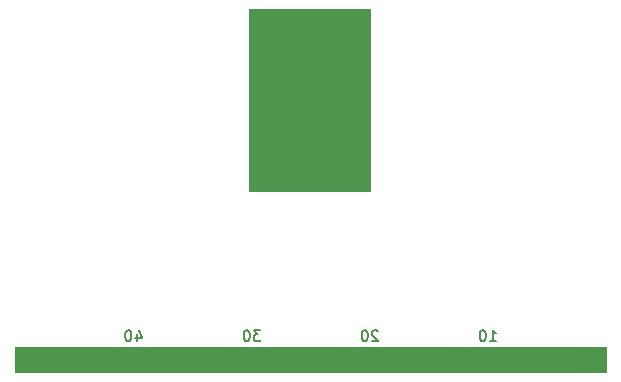
<source format=gbs>
%TF.GenerationSoftware,KiCad,Pcbnew,(5.1.10)-1*%
%TF.CreationDate,2021-10-09T18:12:54+02:00*%
%TF.ProjectId,ColorTest,436f6c6f-7254-4657-9374-2e6b69636164,rev?*%
%TF.SameCoordinates,Original*%
%TF.FileFunction,Soldermask,Bot*%
%TF.FilePolarity,Negative*%
%FSLAX46Y46*%
G04 Gerber Fmt 4.6, Leading zero omitted, Abs format (unit mm)*
G04 Created by KiCad (PCBNEW (5.1.10)-1) date 2021-10-09 18:12:54*
%MOMM*%
%LPD*%
G01*
G04 APERTURE LIST*
%ADD10C,0.100000*%
%ADD11C,0.200000*%
G04 APERTURE END LIST*
D10*
G36*
X80100000Y-84750000D02*
G01*
X69750000Y-84750000D01*
X69750000Y-69250000D01*
X80100000Y-69250000D01*
X80100000Y-84750000D01*
G37*
%TO.C,REF\u002A\u002A*%
D11*
X90171428Y-97357142D02*
X90685714Y-97357142D01*
X90428571Y-97357142D02*
X90428571Y-96457142D01*
X90514285Y-96585714D01*
X90600000Y-96671428D01*
X90685714Y-96714285D01*
X89614285Y-96457142D02*
X89528571Y-96457142D01*
X89442857Y-96500000D01*
X89400000Y-96542857D01*
X89357142Y-96628571D01*
X89314285Y-96800000D01*
X89314285Y-97014285D01*
X89357142Y-97185714D01*
X89400000Y-97271428D01*
X89442857Y-97314285D01*
X89528571Y-97357142D01*
X89614285Y-97357142D01*
X89700000Y-97314285D01*
X89742857Y-97271428D01*
X89785714Y-97185714D01*
X89828571Y-97014285D01*
X89828571Y-96800000D01*
X89785714Y-96628571D01*
X89742857Y-96542857D01*
X89700000Y-96500000D01*
X89614285Y-96457142D01*
X80685714Y-96542857D02*
X80642857Y-96500000D01*
X80557142Y-96457142D01*
X80342857Y-96457142D01*
X80257142Y-96500000D01*
X80214285Y-96542857D01*
X80171428Y-96628571D01*
X80171428Y-96714285D01*
X80214285Y-96842857D01*
X80728571Y-97357142D01*
X80171428Y-97357142D01*
X79614285Y-96457142D02*
X79528571Y-96457142D01*
X79442857Y-96500000D01*
X79400000Y-96542857D01*
X79357142Y-96628571D01*
X79314285Y-96800000D01*
X79314285Y-97014285D01*
X79357142Y-97185714D01*
X79400000Y-97271428D01*
X79442857Y-97314285D01*
X79528571Y-97357142D01*
X79614285Y-97357142D01*
X79700000Y-97314285D01*
X79742857Y-97271428D01*
X79785714Y-97185714D01*
X79828571Y-97014285D01*
X79828571Y-96800000D01*
X79785714Y-96628571D01*
X79742857Y-96542857D01*
X79700000Y-96500000D01*
X79614285Y-96457142D01*
X70728571Y-96457142D02*
X70171428Y-96457142D01*
X70471428Y-96800000D01*
X70342857Y-96800000D01*
X70257142Y-96842857D01*
X70214285Y-96885714D01*
X70171428Y-96971428D01*
X70171428Y-97185714D01*
X70214285Y-97271428D01*
X70257142Y-97314285D01*
X70342857Y-97357142D01*
X70600000Y-97357142D01*
X70685714Y-97314285D01*
X70728571Y-97271428D01*
X69614285Y-96457142D02*
X69528571Y-96457142D01*
X69442857Y-96500000D01*
X69400000Y-96542857D01*
X69357142Y-96628571D01*
X69314285Y-96800000D01*
X69314285Y-97014285D01*
X69357142Y-97185714D01*
X69400000Y-97271428D01*
X69442857Y-97314285D01*
X69528571Y-97357142D01*
X69614285Y-97357142D01*
X69700000Y-97314285D01*
X69742857Y-97271428D01*
X69785714Y-97185714D01*
X69828571Y-97014285D01*
X69828571Y-96800000D01*
X69785714Y-96628571D01*
X69742857Y-96542857D01*
X69700000Y-96500000D01*
X69614285Y-96457142D01*
X60257142Y-96757142D02*
X60257142Y-97357142D01*
X60471428Y-96414285D02*
X60685714Y-97057142D01*
X60128571Y-97057142D01*
X59614285Y-96457142D02*
X59528571Y-96457142D01*
X59442857Y-96500000D01*
X59400000Y-96542857D01*
X59357142Y-96628571D01*
X59314285Y-96800000D01*
X59314285Y-97014285D01*
X59357142Y-97185714D01*
X59400000Y-97271428D01*
X59442857Y-97314285D01*
X59528571Y-97357142D01*
X59614285Y-97357142D01*
X59700000Y-97314285D01*
X59742857Y-97271428D01*
X59785714Y-97185714D01*
X59828571Y-97014285D01*
X59828571Y-96800000D01*
X59785714Y-96628571D01*
X59742857Y-96542857D01*
X59700000Y-96500000D01*
X59614285Y-96457142D01*
D10*
G36*
X100000000Y-97900000D02*
G01*
X50000000Y-97900000D01*
X50000000Y-100000000D01*
X100000000Y-100000000D01*
X100000000Y-97900000D01*
G37*
X100000000Y-97900000D02*
X50000000Y-97900000D01*
X50000000Y-100000000D01*
X100000000Y-100000000D01*
X100000000Y-97900000D01*
%TD*%
M02*

</source>
